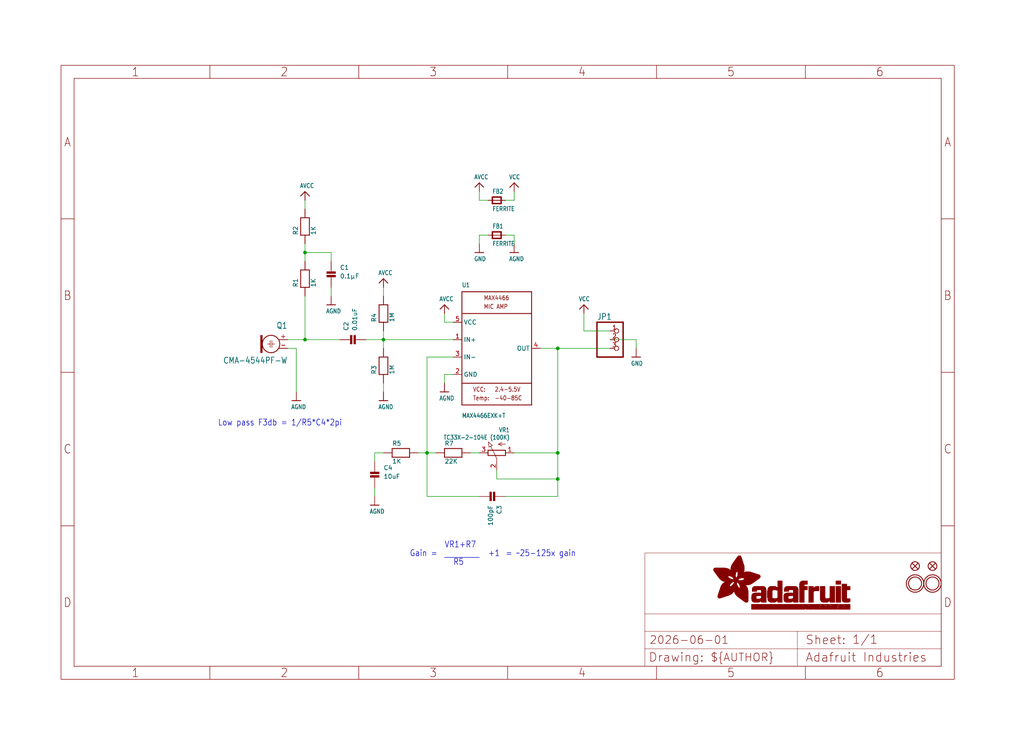
<source format=kicad_sch>
(kicad_sch (version 20230121) (generator eeschema)
  (paper "User" 298.45 217.322)
  (lib_symbols
    (symbol "working-eagle-import:AGND" (power)
      (property "Value" "AGND" (at -1.524 -2.54 0))
      (symbol "AGND_1_0"
        (pin power_in line (at 0 2.54 270) (length 2.54) (name "AGND") (number "1"))
      )
    )
    (symbol "working-eagle-import:AVCC" (power)
      (property "Value" "AVCC" (at -1.524 1.016 0))
      (symbol "AVCC_1_0"
        (pin power_in line (at 0 -2.54 90) (length 2.54) (name "AVCC") (number "1"))
      )
    )
    (symbol "working-eagle-import:CAP_CERAMIC0805"
      (property "Reference" "C" (at 2.54 2.54 0))
      (symbol "CAP_CERAMIC0805_1_0"
        (pin passive line (at 0 5.08 270) (length 2.54) (name "P$1") (number "1"))
        (pin passive line (at 0 -2.54 90) (length 2.54) (name "P$2") (number "2"))
      )
    )
    (symbol "working-eagle-import:ELECTRET"
      (property "Reference" "Q" (at -2.54 -7.62 0))
      (symbol "ELECTRET_1_0"
        (pin passive line (at -2.54 -2.54 0) (length 2.54) (name "2") (number "+"))
        (pin passive line (at -2.54 0 0) (length 2.54) (name "1") (number "-"))
      )
    )
    (symbol "working-eagle-import:FERRITE0805"
      (property "Reference" "FB" (at -1.27 1.905 0))
      (symbol "FERRITE0805_1_0"
        (pin passive line (at -2.54 0 0) (length 2.54) (name "P$1") (number "1"))
        (pin passive line (at 2.54 0 180) (length 2.54) (name "P$2") (number "2"))
      )
    )
    (symbol "working-eagle-import:FIDUCIAL{dblquote}{dblquote}")
    (symbol "working-eagle-import:FRAME_A4_ADAFRUIT"
      (symbol "FRAME_A4_ADAFRUIT_1_0"
        (text "${#}/${##}" (at 230.505 10.16 0) (effects (font (size 2.54 2.54)) (justify left bottom)))
        (text "${AUTHOR}" (at 189.23 5.08 0) (effects (font (size 2.286 2.286)) (justify left bottom)))
        (text "${CURRENT_DATE}" (at 171.45 10.16 0) (effects (font (size 2.286 2.286)) (justify left bottom)))
        (text "${PROJECTNAME}" (at 171.45 15.24 0) (effects (font (size 2.54 2.54)) (justify left bottom)))
        (text "1" (at 21.6958 1.905 0) (effects (font (size 2.54 2.286))))
        (text "1" (at 21.6958 177.165 0) (effects (font (size 2.54 2.286))))
        (text "2" (at 65.0875 1.905 0) (effects (font (size 2.54 2.286))))
        (text "2" (at 65.0875 177.165 0) (effects (font (size 2.54 2.286))))
        (text "3" (at 108.4792 1.905 0) (effects (font (size 2.54 2.286))))
        (text "3" (at 108.4792 177.165 0) (effects (font (size 2.54 2.286))))
        (text "4" (at 151.8708 1.905 0) (effects (font (size 2.54 2.286))))
        (text "4" (at 151.8708 177.165 0) (effects (font (size 2.54 2.286))))
        (text "5" (at 195.2625 1.905 0) (effects (font (size 2.54 2.286))))
        (text "5" (at 195.2625 177.165 0) (effects (font (size 2.54 2.286))))
        (text "6" (at 238.6542 1.905 0) (effects (font (size 2.54 2.286))))
        (text "6" (at 238.6542 177.165 0) (effects (font (size 2.54 2.286))))
        (text "A" (at 1.905 156.6863 0) (effects (font (size 2.54 2.286))))
        (text "A" (at 258.445 156.6863 0) (effects (font (size 2.54 2.286))))
        (text "Adafruit Industries" (at 216.916 4.953 0) (effects (font (size 2.54 2.54)) (justify left bottom)))
        (text "B" (at 1.905 111.9188 0) (effects (font (size 2.54 2.286))))
        (text "B" (at 258.445 111.9188 0) (effects (font (size 2.54 2.286))))
        (text "C" (at 1.905 67.1513 0) (effects (font (size 2.54 2.286))))
        (text "C" (at 258.445 67.1513 0) (effects (font (size 2.54 2.286))))
        (text "D" (at 1.905 22.3838 0) (effects (font (size 2.54 2.286))))
        (text "D" (at 258.445 22.3838 0) (effects (font (size 2.54 2.286))))
        (text "Drawing:" (at 171.196 4.953 0) (effects (font (size 2.54 2.54)) (justify left bottom)))
        (text "Sheet:" (at 216.916 10.033 0) (effects (font (size 2.54 2.54)) (justify left bottom)))
      )
    )
    (symbol "working-eagle-import:GND" (power)
      (property "Value" "GND" (at -1.524 -2.54 0))
      (symbol "GND_1_0"
        (pin power_in line (at 0 2.54 270) (length 2.54) (name "GND") (number "1"))
      )
    )
    (symbol "working-eagle-import:HEADER-1X376MIL"
      (property "Reference" "JP" (at -6.35 5.715 0))
      (symbol "HEADER-1X376MIL_1_0"
        (pin passive inverted (at -2.54 2.54 0) (length 2.54) (name "1") (number "1"))
        (pin passive inverted (at -2.54 0 0) (length 2.54) (name "2") (number "2"))
        (pin passive inverted (at -2.54 -2.54 0) (length 2.54) (name "3") (number "3"))
      )
    )
    (symbol "working-eagle-import:MAX4466{dblquote}{dblquote}"
      (property "Reference" "U" (at -10.16 17.78 0))
      (symbol "MAX4466{dblquote}{dblquote}_1_0"
        (text "-40-85C" (at -0.635 -15.24 0) (effects (font (size 1.27 1.0795)) (justify left bottom)))
        (text "2.4-5.5V" (at -0.635 -12.7 0) (effects (font (size 1.27 1.0795)) (justify left bottom)))
        (text "MAX4466" (at -3.81 13.97 0) (effects (font (size 1.27 1.0795)) (justify left bottom)))
        (text "MIC AMP" (at -3.81 11.43 0) (effects (font (size 1.27 1.0795)) (justify left bottom)))
        (text "Temp:" (at -6.985 -15.24 0) (effects (font (size 1.27 1.0795)) (justify left bottom)))
        (text "VCC:" (at -6.985 -12.7 0) (effects (font (size 1.27 1.0795)) (justify left bottom)))
        (pin bidirectional line (at -12.7 2.54 0) (length 2.54) (name "IN+") (number "1"))
        (pin bidirectional line (at -12.7 -7.62 0) (length 2.54) (name "GND") (number "2"))
        (pin bidirectional line (at -12.7 -2.54 0) (length 2.54) (name "IN-") (number "3"))
        (pin bidirectional line (at 12.7 0 180) (length 2.54) (name "OUT") (number "4"))
        (pin bidirectional line (at -12.7 7.62 0) (length 2.54) (name "VCC") (number "5"))
      )
    )
    (symbol "working-eagle-import:MOUNTINGHOLE2.5")
    (symbol "working-eagle-import:RESISTOR0805"
      (property "Reference" "R" (at -2.54 2.032 0))
      (symbol "RESISTOR0805_1_0"
        (pin passive line (at -5.08 0 0) (length 2.54) (name "1") (number "1"))
        (pin passive line (at 5.08 0 180) (length 2.54) (name "2") (number "2"))
      )
    )
    (symbol "working-eagle-import:TRIMPOTTC33X-2"
      (property "Reference" "VR" (at -5.969 -3.81 90))
      (symbol "TRIMPOTTC33X-2_1_0"
        (pin passive line (at 0 -5.08 90) (length 2.54) (name "A") (number "1"))
        (pin passive line (at 5.08 0 180) (length 2.54) (name "S") (number "2"))
        (pin passive line (at 0 5.08 270) (length 2.54) (name "E") (number "3"))
      )
    )
    (symbol "working-eagle-import:VCC" (power)
      (property "Value" "VCC" (at -1.524 1.016 0))
      (symbol "VCC_1_0"
        (pin power_in line (at 0 -2.54 90) (length 2.54) (name "VCC") (number "1"))
      )
    )
  )
  (junction (at 88.9 99.06))
  (junction (at 162.56 139.7))
  (junction (at 162.56 132.08))
  (junction (at 162.56 101.6))
  (junction (at 124.46 132.08))
  (junction (at 88.9 73.66))
  (junction (at 111.76 99.06))
  (wire (pts (xy 111.76 99.06) (xy 106.68 99.06)) (stroke (width 0.1524)))
  (wire (pts (xy 111.76 111.76) (xy 111.76 114.3)) (stroke (width 0.1524)))
  (wire (pts (xy 139.7 58.42) (xy 142.24 58.42)) (stroke (width 0.1524)))
  (wire (pts (xy 88.9 86.36) (xy 88.9 99.06)) (stroke (width 0.1524)))
  (wire (pts (xy 139.7 55.88) (xy 139.7 58.42)) (stroke (width 0.1524)))
  (wire (pts (xy 88.9 99.06) (xy 83.82 99.06)) (stroke (width 0.1524)))
  (wire (pts (xy 109.22 142.24) (xy 109.22 144.78)) (stroke (width 0.1524)))
  (wire (pts (xy 139.7 71.12) (xy 139.7 68.58)) (stroke (width 0.1524)))
  (wire (pts (xy 132.08 99.06) (xy 111.76 99.06)) (stroke (width 0.1524)))
  (wire (pts (xy 124.46 104.14) (xy 124.46 132.08)) (stroke (width 0.1524)))
  (wire (pts (xy 121.92 132.08) (xy 124.46 132.08)) (stroke (width 0.1524)))
  (wire (pts (xy 129.54 93.98) (xy 129.54 91.44)) (stroke (width 0.1524)))
  (wire (pts (xy 149.86 132.08) (xy 162.56 132.08)) (stroke (width 0.1524)))
  (wire (pts (xy 177.8 99.06) (xy 185.42 99.06)) (stroke (width 0.1524)))
  (wire (pts (xy 88.9 71.12) (xy 88.9 73.66)) (stroke (width 0.1524)))
  (wire (pts (xy 88.9 60.96) (xy 88.9 58.42)) (stroke (width 0.1524)))
  (wire (pts (xy 111.76 83.82) (xy 111.76 86.36)) (stroke (width 0.1524)))
  (wire (pts (xy 149.86 58.42) (xy 147.32 58.42)) (stroke (width 0.1524)))
  (wire (pts (xy 139.7 68.58) (xy 142.24 68.58)) (stroke (width 0.1524)))
  (wire (pts (xy 88.9 73.66) (xy 88.9 76.2)) (stroke (width 0.1524)))
  (wire (pts (xy 162.56 101.6) (xy 177.8 101.6)) (stroke (width 0.1524)))
  (polyline (pts (xy 129.54 162.56) (xy 139.7 162.56)) (stroke (width 0.1524) (type solid)))
  (wire (pts (xy 162.56 132.08) (xy 162.56 101.6)) (stroke (width 0.1524)))
  (wire (pts (xy 170.18 96.52) (xy 170.18 91.44)) (stroke (width 0.1524)))
  (wire (pts (xy 132.08 93.98) (xy 129.54 93.98)) (stroke (width 0.1524)))
  (wire (pts (xy 144.78 139.7) (xy 162.56 139.7)) (stroke (width 0.1524)))
  (wire (pts (xy 111.76 99.06) (xy 111.76 101.6)) (stroke (width 0.1524)))
  (wire (pts (xy 162.56 101.6) (xy 157.48 101.6)) (stroke (width 0.1524)))
  (wire (pts (xy 149.86 55.88) (xy 149.86 58.42)) (stroke (width 0.1524)))
  (wire (pts (xy 129.54 109.22) (xy 129.54 111.76)) (stroke (width 0.1524)))
  (wire (pts (xy 96.52 83.82) (xy 96.52 86.36)) (stroke (width 0.1524)))
  (wire (pts (xy 88.9 73.66) (xy 96.52 73.66)) (stroke (width 0.1524)))
  (wire (pts (xy 177.8 96.52) (xy 170.18 96.52)) (stroke (width 0.1524)))
  (wire (pts (xy 185.42 99.06) (xy 185.42 101.6)) (stroke (width 0.1524)))
  (wire (pts (xy 132.08 104.14) (xy 124.46 104.14)) (stroke (width 0.1524)))
  (wire (pts (xy 124.46 132.08) (xy 124.46 144.78)) (stroke (width 0.1524)))
  (wire (pts (xy 86.36 101.6) (xy 86.36 114.3)) (stroke (width 0.1524)))
  (wire (pts (xy 147.32 68.58) (xy 149.86 68.58)) (stroke (width 0.1524)))
  (wire (pts (xy 124.46 144.78) (xy 139.7 144.78)) (stroke (width 0.1524)))
  (wire (pts (xy 144.78 137.16) (xy 144.78 139.7)) (stroke (width 0.1524)))
  (wire (pts (xy 162.56 144.78) (xy 162.56 139.7)) (stroke (width 0.1524)))
  (wire (pts (xy 124.46 132.08) (xy 127 132.08)) (stroke (width 0.1524)))
  (wire (pts (xy 99.06 99.06) (xy 88.9 99.06)) (stroke (width 0.1524)))
  (wire (pts (xy 149.86 68.58) (xy 149.86 71.12)) (stroke (width 0.1524)))
  (wire (pts (xy 111.76 132.08) (xy 109.22 132.08)) (stroke (width 0.1524)))
  (wire (pts (xy 111.76 96.52) (xy 111.76 99.06)) (stroke (width 0.1524)))
  (wire (pts (xy 132.08 109.22) (xy 129.54 109.22)) (stroke (width 0.1524)))
  (wire (pts (xy 83.82 101.6) (xy 86.36 101.6)) (stroke (width 0.1524)))
  (wire (pts (xy 109.22 132.08) (xy 109.22 134.62)) (stroke (width 0.1524)))
  (wire (pts (xy 162.56 139.7) (xy 162.56 132.08)) (stroke (width 0.1524)))
  (wire (pts (xy 137.16 132.08) (xy 139.7 132.08)) (stroke (width 0.1524)))
  (wire (pts (xy 147.32 144.78) (xy 162.56 144.78)) (stroke (width 0.1524)))
  (wire (pts (xy 96.52 73.66) (xy 96.52 76.2)) (stroke (width 0.1524)))
  (text "+1" (at 142.24 162.56 0) (effects (font (size 1.778 1.5113)) (justify left bottom)))
  (text "= ~25-125x gain" (at 147.32 162.56 0) (effects (font (size 1.778 1.5113)) (justify left bottom)))
  (text "VR1+R7" (at 129.54 160.02 0) (effects (font (size 1.778 1.5113)) (justify left bottom)))
  (text "Low pass F3db = 1/R5*C4*2pi" (at 63.5 124.46 0) (effects (font (size 1.778 1.5113)) (justify left bottom)))
  (text "R5" (at 132.08 165.1 0) (effects (font (size 1.778 1.5113)) (justify left bottom)))
  (text "Gain =" (at 119.38 162.56 0) (effects (font (size 1.778 1.5113)) (justify left bottom)))
  (symbol (lib_id "working-eagle-import:AVCC") (at 111.76 81.28 0) (unit 1)
    (property "Reference" "#U$13" (effects hide))
    (property "Value" "AVCC" (at 110.236 80.264 0) (effects (font (size 1.27 1.0795)) (justify left bottom)))
  )
  (symbol (lib_id "working-eagle-import:VCC") (at 170.18 88.9 0) (unit 1)
    (property "Reference" "#P+1" (effects hide))
    (property "Value" "VCC" (at 168.656 87.884 0) (effects (font (size 1.27 1.0795)) (justify left bottom)))
  )
  (symbol (lib_id "working-eagle-import:AGND") (at 109.22 147.32 0) (unit 1)
    (property "Reference" "#U$5" (effects hide))
    (property "Value" "AGND" (at 107.696 149.86 0) (effects (font (size 1.27 1.0795)) (justify left bottom)))
  )
  (symbol (lib_id "working-eagle-import:HEADER-1X376MIL") (at 180.34 99.06 0) (unit 1)
    (property "Reference" "JP1" (at 173.99 93.345 0) (effects (font (size 1.778 1.5113)) (justify left bottom)))
    (property "Value" "HEADER-1X376MIL" (effects hide))
    (property "Footprint" "working:1X03_ROUND_76" (effects hide))
  )
  (symbol (lib_id "working-eagle-import:FIDUCIAL{dblquote}{dblquote}") (at 266.7 165.1 0) (unit 1)
    (property "Reference" "FID2" (effects hide))
    (property "Value" "FIDUCIAL{dblquote}{dblquote}" (effects hide))
    (property "Footprint" "working:FIDUCIAL_1MM" (effects hide))
  )
  (symbol (lib_id "working-eagle-import:GND") (at 139.7 73.66 0) (unit 1)
    (property "Reference" "#U$7" (effects hide))
    (property "Value" "GND" (at 138.176 76.2 0) (effects (font (size 1.27 1.0795)) (justify left bottom)))
  )
  (symbol (lib_id "working-eagle-import:VCC") (at 149.86 53.34 0) (unit 1)
    (property "Reference" "#P+4" (effects hide))
    (property "Value" "VCC" (at 148.336 52.324 0) (effects (font (size 1.27 1.0795)) (justify left bottom)))
  )
  (symbol (lib_id "working-eagle-import:AGND") (at 129.54 114.3 0) (unit 1)
    (property "Reference" "#U$8" (effects hide))
    (property "Value" "AGND" (at 128.016 116.84 0) (effects (font (size 1.27 1.0795)) (justify left bottom)))
  )
  (symbol (lib_id "working-eagle-import:CAP_CERAMIC0805") (at 109.22 139.7 0) (unit 1)
    (property "Reference" "C4" (at 111.76 137.16 0) (effects (justify left bottom)))
    (property "Value" "10uF" (at 111.76 139.7 0) (effects (justify left bottom)))
    (property "Footprint" "working:0805" (effects hide))
  )
  (symbol (lib_id "working-eagle-import:RESISTOR0805") (at 132.08 132.08 0) (unit 1)
    (property "Reference" "R7" (at 129.54 130.048 0) (effects (justify left bottom)))
    (property "Value" "22K" (at 129.54 135.255 0) (effects (justify left bottom)))
    (property "Footprint" "working:0805" (effects hide))
  )
  (symbol (lib_id "working-eagle-import:RESISTOR0805") (at 111.76 106.68 90) (unit 1)
    (property "Reference" "R3" (at 109.728 109.22 0) (effects (justify left bottom)))
    (property "Value" "1M" (at 114.935 109.22 0) (effects (justify left bottom)))
    (property "Footprint" "working:0805" (effects hide))
  )
  (symbol (lib_id "working-eagle-import:RESISTOR0805") (at 88.9 81.28 90) (unit 1)
    (property "Reference" "R1" (at 86.868 83.82 0) (effects (justify left bottom)))
    (property "Value" "1K" (at 92.075 83.82 0) (effects (justify left bottom)))
    (property "Footprint" "working:0805" (effects hide))
  )
  (symbol (lib_id "working-eagle-import:AGND") (at 86.36 116.84 0) (unit 1)
    (property "Reference" "#U$12" (effects hide))
    (property "Value" "AGND" (at 84.836 119.38 0) (effects (font (size 1.27 1.0795)) (justify left bottom)))
  )
  (symbol (lib_id "working-eagle-import:CAP_CERAMIC0805") (at 142.24 144.78 270) (unit 1)
    (property "Reference" "C3" (at 144.78 147.32 0) (effects (justify left bottom)))
    (property "Value" "100pF" (at 142.24 147.32 0) (effects (justify left bottom)))
    (property "Footprint" "working:0805" (effects hide))
  )
  (symbol (lib_id "working-eagle-import:AGND") (at 96.52 88.9 0) (unit 1)
    (property "Reference" "#U$10" (effects hide))
    (property "Value" "AGND" (at 94.996 91.44 0) (effects (font (size 1.27 1.0795)) (justify left bottom)))
  )
  (symbol (lib_id "working-eagle-import:FERRITE0805") (at 144.78 68.58 0) (unit 1)
    (property "Reference" "FB1" (at 143.51 66.675 0) (effects (font (size 1.27 1.0795)) (justify left bottom)))
    (property "Value" "FERRITE" (at 143.51 71.755 0) (effects (font (size 1.27 1.0795)) (justify left bottom)))
    (property "Footprint" "working:0805" (effects hide))
  )
  (symbol (lib_id "working-eagle-import:FIDUCIAL{dblquote}{dblquote}") (at 271.78 165.1 0) (unit 1)
    (property "Reference" "FID1" (effects hide))
    (property "Value" "FIDUCIAL{dblquote}{dblquote}" (effects hide))
    (property "Footprint" "working:FIDUCIAL_1MM" (effects hide))
  )
  (symbol (lib_id "working-eagle-import:AVCC") (at 129.54 88.9 0) (unit 1)
    (property "Reference" "#U$3" (effects hide))
    (property "Value" "AVCC" (at 128.016 87.884 0) (effects (font (size 1.27 1.0795)) (justify left bottom)))
  )
  (symbol (lib_id "working-eagle-import:MOUNTINGHOLE2.5") (at 271.78 170.18 0) (unit 1)
    (property "Reference" "U$11" (effects hide))
    (property "Value" "MOUNTINGHOLE2.5" (effects hide))
    (property "Footprint" "working:MOUNTINGHOLE_2.5_PLATED" (effects hide))
  )
  (symbol (lib_id "working-eagle-import:AVCC") (at 139.7 53.34 0) (unit 1)
    (property "Reference" "#U$6" (effects hide))
    (property "Value" "AVCC" (at 138.176 52.324 0) (effects (font (size 1.27 1.0795)) (justify left bottom)))
  )
  (symbol (lib_id "working-eagle-import:RESISTOR0805") (at 88.9 66.04 90) (unit 1)
    (property "Reference" "R2" (at 86.868 68.58 0) (effects (justify left bottom)))
    (property "Value" "1K" (at 92.075 68.58 0) (effects (justify left bottom)))
    (property "Footprint" "working:0805" (effects hide))
  )
  (symbol (lib_id "working-eagle-import:RESISTOR0805") (at 111.76 91.44 90) (unit 1)
    (property "Reference" "R4" (at 109.728 93.98 0) (effects (justify left bottom)))
    (property "Value" "1M" (at 114.935 93.98 0) (effects (justify left bottom)))
    (property "Footprint" "working:0805" (effects hide))
  )
  (symbol (lib_id "working-eagle-import:RESISTOR0805") (at 116.84 132.08 0) (unit 1)
    (property "Reference" "R5" (at 114.3 130.048 0) (effects (justify left bottom)))
    (property "Value" "1K" (at 114.3 135.255 0) (effects (justify left bottom)))
    (property "Footprint" "working:0805" (effects hide))
  )
  (symbol (lib_id "working-eagle-import:AGND") (at 111.76 116.84 0) (unit 1)
    (property "Reference" "#U$9" (effects hide))
    (property "Value" "AGND" (at 110.236 119.38 0) (effects (font (size 1.27 1.0795)) (justify left bottom)))
  )
  (symbol (lib_id "working-eagle-import:FRAME_A4_ADAFRUIT") (at 17.78 198.12 0) (unit 1)
    (property "Reference" "#U$1" (effects hide))
    (property "Value" "FRAME_A4_ADAFRUIT" (effects hide))
  )
  (symbol (lib_id "working-eagle-import:CAP_CERAMIC0805") (at 96.52 81.28 0) (unit 1)
    (property "Reference" "C1" (at 99.06 78.74 0) (effects (justify left bottom)))
    (property "Value" "0.1µF" (at 99.06 81.28 0) (effects (justify left bottom)))
    (property "Footprint" "working:0805" (effects hide))
  )
  (symbol (lib_id "working-eagle-import:MOUNTINGHOLE2.5") (at 266.7 170.18 0) (unit 1)
    (property "Reference" "U$14" (effects hide))
    (property "Value" "MOUNTINGHOLE2.5" (effects hide))
    (property "Footprint" "working:MOUNTINGHOLE_2.5_PLATED" (effects hide))
  )
  (symbol (lib_id "working-eagle-import:AGND") (at 149.86 73.66 0) (unit 1)
    (property "Reference" "#U$2" (effects hide))
    (property "Value" "AGND" (at 148.336 76.2 0) (effects (font (size 1.27 1.0795)) (justify left bottom)))
  )
  (symbol (lib_id "working-eagle-import:ELECTRET") (at 81.28 101.6 180) (unit 1)
    (property "Reference" "Q1" (at 83.82 93.98 0) (effects (font (size 1.778 1.5113)) (justify left bottom)))
    (property "Value" "CMA-4544PF-W" (at 83.82 104.14 0) (effects (font (size 1.778 1.5113)) (justify left bottom)))
    (property "Footprint" "working:ELECTRET_9.7" (effects hide))
  )
  (symbol (lib_id "working-eagle-import:FERRITE0805") (at 144.78 58.42 0) (unit 1)
    (property "Reference" "FB2" (at 143.51 56.515 0) (effects (font (size 1.27 1.0795)) (justify left bottom)))
    (property "Value" "FERRITE" (at 143.51 61.595 0) (effects (font (size 1.27 1.0795)) (justify left bottom)))
    (property "Footprint" "working:0805" (effects hide))
  )
  (symbol (lib_id "working-eagle-import:GND") (at 185.42 104.14 0) (unit 1)
    (property "Reference" "#U$15" (effects hide))
    (property "Value" "GND" (at 183.896 106.68 0) (effects (font (size 1.27 1.0795)) (justify left bottom)))
  )
  (symbol (lib_id "working-eagle-import:MAX4466{dblquote}{dblquote}") (at 144.78 101.6 0) (unit 1)
    (property "Reference" "U1" (at 134.62 83.82 0) (effects (font (size 1.27 1.0795)) (justify left bottom)))
    (property "Value" "MAX4466EXK+T" (at 134.62 121.92 0) (effects (font (size 1.27 1.0795)) (justify left bottom)))
    (property "Footprint" "working:SC70-5" (effects hide))
  )
  (symbol (lib_id "working-eagle-import:CAP_CERAMIC0805") (at 104.14 99.06 90) (unit 1)
    (property "Reference" "C2" (at 101.6 96.52 0) (effects (justify left bottom)))
    (property "Value" "0.01uF" (at 104.14 96.52 0) (effects (justify left bottom)))
    (property "Footprint" "working:0805" (effects hide))
  )
  (symbol (lib_id "working-eagle-import:AVCC") (at 88.9 55.88 0) (unit 1)
    (property "Reference" "#U$4" (effects hide))
    (property "Value" "AVCC" (at 87.376 54.864 0) (effects (font (size 1.27 1.0795)) (justify left bottom)))
  )
  (symbol (lib_id "working-eagle-import:TRIMPOTTC33X-2") (at 144.78 132.08 90) (mirror x) (unit 1)
    (property "Reference" "VR1" (at 148.59 126.111 90) (effects (font (size 1.27 1.0795)) (justify left bottom)))
    (property "Value" "TC33X-2-104E (100K)" (at 148.59 128.27 90) (effects (font (size 1.27 1.0795)) (justify left bottom)))
    (property "Footprint" "working:TRIMPOT_BOURNS_TC33X-2" (effects hide))
  )
)
</source>
